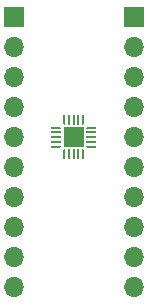
<source format=gbr>
%TF.GenerationSoftware,KiCad,Pcbnew,8.0.5*%
%TF.CreationDate,2024-11-20T10:52:19+05:30*%
%TF.ProjectId,MCUs,4d435573-2e6b-4696-9361-645f70636258,rev?*%
%TF.SameCoordinates,Original*%
%TF.FileFunction,Soldermask,Top*%
%TF.FilePolarity,Negative*%
%FSLAX46Y46*%
G04 Gerber Fmt 4.6, Leading zero omitted, Abs format (unit mm)*
G04 Created by KiCad (PCBNEW 8.0.5) date 2024-11-20 10:52:19*
%MOMM*%
%LPD*%
G01*
G04 APERTURE LIST*
G04 Aperture macros list*
%AMRoundRect*
0 Rectangle with rounded corners*
0 $1 Rounding radius*
0 $2 $3 $4 $5 $6 $7 $8 $9 X,Y pos of 4 corners*
0 Add a 4 corners polygon primitive as box body*
4,1,4,$2,$3,$4,$5,$6,$7,$8,$9,$2,$3,0*
0 Add four circle primitives for the rounded corners*
1,1,$1+$1,$2,$3*
1,1,$1+$1,$4,$5*
1,1,$1+$1,$6,$7*
1,1,$1+$1,$8,$9*
0 Add four rect primitives between the rounded corners*
20,1,$1+$1,$2,$3,$4,$5,0*
20,1,$1+$1,$4,$5,$6,$7,0*
20,1,$1+$1,$6,$7,$8,$9,0*
20,1,$1+$1,$8,$9,$2,$3,0*%
%AMFreePoly0*
4,1,14,0.334644,0.085355,0.385355,0.034644,0.400000,-0.000711,0.400000,-0.050000,0.385355,-0.085355,0.350000,-0.100000,-0.350000,-0.100000,-0.385355,-0.085355,-0.400000,-0.050000,-0.400000,0.050000,-0.385355,0.085355,-0.350000,0.100000,0.299289,0.100000,0.334644,0.085355,0.334644,0.085355,$1*%
%AMFreePoly1*
4,1,14,0.385355,0.085355,0.400000,0.050000,0.400000,0.000711,0.385355,-0.034644,0.334644,-0.085355,0.299289,-0.100000,-0.350000,-0.100000,-0.385355,-0.085355,-0.400000,-0.050000,-0.400000,0.050000,-0.385355,0.085355,-0.350000,0.100000,0.350000,0.100000,0.385355,0.085355,0.385355,0.085355,$1*%
%AMFreePoly2*
4,1,14,0.085355,0.385355,0.100000,0.350000,0.100000,-0.350000,0.085355,-0.385355,0.050000,-0.400000,-0.050000,-0.400000,-0.085355,-0.385355,-0.100000,-0.350000,-0.100000,0.299289,-0.085355,0.334644,-0.034644,0.385355,0.000711,0.400000,0.050000,0.400000,0.085355,0.385355,0.085355,0.385355,$1*%
%AMFreePoly3*
4,1,14,0.034644,0.385355,0.085355,0.334644,0.100000,0.299289,0.100000,-0.350000,0.085355,-0.385355,0.050000,-0.400000,-0.050000,-0.400000,-0.085355,-0.385355,-0.100000,-0.350000,-0.100000,0.350000,-0.085355,0.385355,-0.050000,0.400000,-0.000711,0.400000,0.034644,0.385355,0.034644,0.385355,$1*%
%AMFreePoly4*
4,1,14,0.385355,0.085355,0.400000,0.050000,0.400000,-0.050000,0.385355,-0.085355,0.350000,-0.100000,-0.299289,-0.100000,-0.334644,-0.085355,-0.385355,-0.034644,-0.400000,0.000711,-0.400000,0.050000,-0.385355,0.085355,-0.350000,0.100000,0.350000,0.100000,0.385355,0.085355,0.385355,0.085355,$1*%
%AMFreePoly5*
4,1,14,0.385355,0.085355,0.400000,0.050000,0.400000,-0.050000,0.385355,-0.085355,0.350000,-0.100000,-0.350000,-0.100000,-0.385355,-0.085355,-0.400000,-0.050000,-0.400000,-0.000711,-0.385355,0.034644,-0.334644,0.085355,-0.299289,0.100000,0.350000,0.100000,0.385355,0.085355,0.385355,0.085355,$1*%
%AMFreePoly6*
4,1,14,0.085355,0.385355,0.100000,0.350000,0.100000,-0.299289,0.085355,-0.334644,0.034644,-0.385355,-0.000711,-0.400000,-0.050000,-0.400000,-0.085355,-0.385355,-0.100000,-0.350000,-0.100000,0.350000,-0.085355,0.385355,-0.050000,0.400000,0.050000,0.400000,0.085355,0.385355,0.085355,0.385355,$1*%
%AMFreePoly7*
4,1,14,0.085355,0.385355,0.100000,0.350000,0.100000,-0.350000,0.085355,-0.385355,0.050000,-0.400000,0.000711,-0.400000,-0.034644,-0.385355,-0.085355,-0.334644,-0.100000,-0.299289,-0.100000,0.350000,-0.085355,0.385355,-0.050000,0.400000,0.050000,0.400000,0.085355,0.385355,0.085355,0.385355,$1*%
G04 Aperture macros list end*
%ADD10FreePoly0,0.000000*%
%ADD11RoundRect,0.050000X-0.350000X-0.050000X0.350000X-0.050000X0.350000X0.050000X-0.350000X0.050000X0*%
%ADD12FreePoly1,0.000000*%
%ADD13FreePoly2,0.000000*%
%ADD14RoundRect,0.050000X-0.050000X-0.350000X0.050000X-0.350000X0.050000X0.350000X-0.050000X0.350000X0*%
%ADD15FreePoly3,0.000000*%
%ADD16FreePoly4,0.000000*%
%ADD17FreePoly5,0.000000*%
%ADD18FreePoly6,0.000000*%
%ADD19FreePoly7,0.000000*%
%ADD20R,1.700000X1.700000*%
%ADD21O,1.700000X1.700000*%
G04 APERTURE END LIST*
D10*
%TO.C,U1*%
X44270000Y-49409000D03*
D11*
X44270000Y-49809000D03*
X44270000Y-50209000D03*
X44270000Y-50609000D03*
D12*
X44270000Y-51009000D03*
D13*
X44920000Y-51659000D03*
D14*
X45320000Y-51659000D03*
X45720000Y-51659000D03*
X46120000Y-51659000D03*
D15*
X46520000Y-51659000D03*
D16*
X47170000Y-51009000D03*
D11*
X47170000Y-50609000D03*
X47170000Y-50209000D03*
X47170000Y-49809000D03*
D17*
X47170000Y-49409000D03*
D18*
X46520000Y-48759000D03*
D14*
X46120000Y-48759000D03*
X45720000Y-48759000D03*
X45320000Y-48759000D03*
D19*
X44920000Y-48759000D03*
D20*
X45720000Y-50209000D03*
%TD*%
%TO.C,J2*%
X50800000Y-40005000D03*
D21*
X50800000Y-42545000D03*
X50800000Y-45085000D03*
X50800000Y-47625000D03*
X50800000Y-50165000D03*
X50800000Y-52705000D03*
X50800000Y-55245000D03*
X50800000Y-57785000D03*
X50800000Y-60325000D03*
X50800000Y-62865000D03*
%TD*%
D20*
%TO.C,J1*%
X40640000Y-40005000D03*
D21*
X40640000Y-42545000D03*
X40640000Y-45085000D03*
X40640000Y-47625000D03*
X40640000Y-50165000D03*
X40640000Y-52705000D03*
X40640000Y-55245000D03*
X40640000Y-57785000D03*
X40640000Y-60325000D03*
X40640000Y-62865000D03*
%TD*%
M02*

</source>
